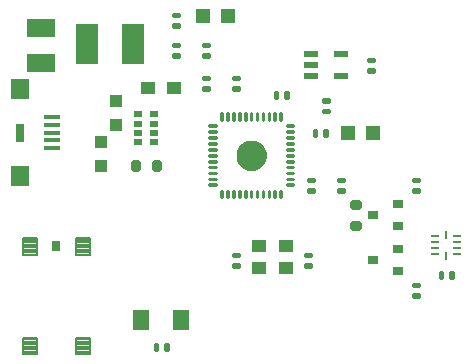
<source format=gtp>
G75*
%MOIN*%
%OFA0B0*%
%FSLAX25Y25*%
%IPPOS*%
%LPD*%
%AMOC8*
5,1,8,0,0,1.08239X$1,22.5*
%
%ADD10C,0.01800*%
%ADD11R,0.09449X0.06299*%
%ADD12C,0.02830*%
%ADD13R,0.05512X0.07087*%
%ADD14R,0.07480X0.13386*%
%ADD15R,0.02953X0.00984*%
%ADD16R,0.00984X0.02953*%
%ADD17R,0.05709X0.01575*%
%ADD18R,0.05906X0.07087*%
%ADD19R,0.02756X0.05906*%
%ADD20R,0.04724X0.04724*%
%ADD21R,0.04724X0.03937*%
%ADD22C,0.00827*%
%ADD23R,0.03000X0.03500*%
%ADD24R,0.02559X0.01969*%
%ADD25C,0.05000*%
%ADD26C,0.00866*%
%ADD27R,0.04724X0.02165*%
%ADD28R,0.05118X0.04134*%
%ADD29R,0.03937X0.03937*%
%ADD30R,0.03543X0.03150*%
D10*
X0066496Y0013200D02*
X0066696Y0013200D01*
X0066696Y0012000D01*
X0066496Y0012000D01*
X0066496Y0013200D01*
X0069996Y0013200D02*
X0070196Y0013200D01*
X0070196Y0012000D01*
X0069996Y0012000D01*
X0069996Y0013200D01*
X0092746Y0039750D02*
X0092746Y0039950D01*
X0093946Y0039950D01*
X0093946Y0039750D01*
X0092746Y0039750D01*
X0092746Y0043250D02*
X0092746Y0043450D01*
X0093946Y0043450D01*
X0093946Y0043250D01*
X0092746Y0043250D01*
X0117946Y0043450D02*
X0117946Y0043250D01*
X0116746Y0043250D01*
X0116746Y0043450D01*
X0117946Y0043450D01*
X0117946Y0039950D02*
X0117946Y0039750D01*
X0116746Y0039750D01*
X0116746Y0039950D01*
X0117946Y0039950D01*
X0117746Y0064750D02*
X0117746Y0064950D01*
X0118946Y0064950D01*
X0118946Y0064750D01*
X0117746Y0064750D01*
X0117746Y0068250D02*
X0117746Y0068450D01*
X0118946Y0068450D01*
X0118946Y0068250D01*
X0117746Y0068250D01*
X0128946Y0068250D02*
X0128946Y0068450D01*
X0128946Y0068250D02*
X0127746Y0068250D01*
X0127746Y0068450D01*
X0128946Y0068450D01*
X0128946Y0064950D02*
X0128946Y0064750D01*
X0127746Y0064750D01*
X0127746Y0064950D01*
X0128946Y0064950D01*
X0153946Y0064950D02*
X0153946Y0064750D01*
X0152746Y0064750D01*
X0152746Y0064950D01*
X0153946Y0064950D01*
X0153946Y0068250D02*
X0153946Y0068450D01*
X0153946Y0068250D02*
X0152746Y0068250D01*
X0152746Y0068450D01*
X0153946Y0068450D01*
X0123196Y0083500D02*
X0122996Y0083500D01*
X0122996Y0084700D01*
X0123196Y0084700D01*
X0123196Y0083500D01*
X0119696Y0083500D02*
X0119496Y0083500D01*
X0119496Y0084700D01*
X0119696Y0084700D01*
X0119696Y0083500D01*
X0123946Y0091250D02*
X0123946Y0091450D01*
X0123946Y0091250D02*
X0122746Y0091250D01*
X0122746Y0091450D01*
X0123946Y0091450D01*
X0123946Y0094750D02*
X0123946Y0094950D01*
X0123946Y0094750D02*
X0122746Y0094750D01*
X0122746Y0094950D01*
X0123946Y0094950D01*
X0137746Y0104750D02*
X0137746Y0104950D01*
X0138946Y0104950D01*
X0138946Y0104750D01*
X0137746Y0104750D01*
X0137746Y0108250D02*
X0137746Y0108450D01*
X0138946Y0108450D01*
X0138946Y0108250D01*
X0137746Y0108250D01*
X0110196Y0097200D02*
X0109996Y0097200D01*
X0110196Y0097200D02*
X0110196Y0096000D01*
X0109996Y0096000D01*
X0109996Y0097200D01*
X0106696Y0097200D02*
X0106496Y0097200D01*
X0106696Y0097200D02*
X0106696Y0096000D01*
X0106496Y0096000D01*
X0106496Y0097200D01*
X0093946Y0098750D02*
X0093946Y0098950D01*
X0093946Y0098750D02*
X0092746Y0098750D01*
X0092746Y0098950D01*
X0093946Y0098950D01*
X0093946Y0102250D02*
X0093946Y0102450D01*
X0093946Y0102250D02*
X0092746Y0102250D01*
X0092746Y0102450D01*
X0093946Y0102450D01*
X0083946Y0102450D02*
X0083946Y0102250D01*
X0082746Y0102250D01*
X0082746Y0102450D01*
X0083946Y0102450D01*
X0083946Y0098950D02*
X0083946Y0098750D01*
X0082746Y0098750D01*
X0082746Y0098950D01*
X0083946Y0098950D01*
X0082746Y0109750D02*
X0082746Y0109950D01*
X0083946Y0109950D01*
X0083946Y0109750D01*
X0082746Y0109750D01*
X0082746Y0113250D02*
X0082746Y0113450D01*
X0083946Y0113450D01*
X0083946Y0113250D01*
X0082746Y0113250D01*
X0073946Y0113250D02*
X0073946Y0113450D01*
X0073946Y0113250D02*
X0072746Y0113250D01*
X0072746Y0113450D01*
X0073946Y0113450D01*
X0073946Y0109950D02*
X0073946Y0109750D01*
X0072746Y0109750D01*
X0072746Y0109950D01*
X0073946Y0109950D01*
X0073946Y0119750D02*
X0073946Y0119950D01*
X0073946Y0119750D02*
X0072746Y0119750D01*
X0072746Y0119950D01*
X0073946Y0119950D01*
X0073946Y0123250D02*
X0073946Y0123450D01*
X0073946Y0123250D02*
X0072746Y0123250D01*
X0072746Y0123450D01*
X0073946Y0123450D01*
X0161496Y0036000D02*
X0161696Y0036000D01*
X0161496Y0036000D02*
X0161496Y0037200D01*
X0161696Y0037200D01*
X0161696Y0036000D01*
X0164996Y0036000D02*
X0165196Y0036000D01*
X0164996Y0036000D02*
X0164996Y0037200D01*
X0165196Y0037200D01*
X0165196Y0036000D01*
X0152746Y0033450D02*
X0152746Y0033250D01*
X0152746Y0033450D02*
X0153946Y0033450D01*
X0153946Y0033250D01*
X0152746Y0033250D01*
X0152746Y0029950D02*
X0152746Y0029750D01*
X0152746Y0029950D02*
X0153946Y0029950D01*
X0153946Y0029750D01*
X0152746Y0029750D01*
D11*
X0028346Y0107194D03*
X0028346Y0119006D03*
D12*
X0059493Y0073850D02*
X0059493Y0072350D01*
X0059493Y0073850D02*
X0060199Y0073850D01*
X0060199Y0072350D01*
X0059493Y0072350D01*
X0066493Y0072350D02*
X0066493Y0073850D01*
X0067199Y0073850D01*
X0067199Y0072350D01*
X0066493Y0072350D01*
X0134096Y0060453D02*
X0134096Y0059747D01*
X0132596Y0059747D01*
X0132596Y0060453D01*
X0134096Y0060453D01*
X0134096Y0053453D02*
X0134096Y0052747D01*
X0132596Y0052747D01*
X0132596Y0053453D01*
X0134096Y0053453D01*
D13*
X0075039Y0021600D03*
X0061654Y0021600D03*
D14*
X0059024Y0113600D03*
X0043669Y0113600D03*
D15*
X0159803Y0049553D03*
X0159803Y0047584D03*
X0159803Y0045616D03*
X0159803Y0043647D03*
X0166890Y0043647D03*
X0166890Y0045616D03*
X0166890Y0047584D03*
X0166890Y0049553D03*
D16*
X0163346Y0050143D03*
X0163346Y0043057D03*
D17*
X0032075Y0078982D03*
X0032075Y0081541D03*
X0032075Y0084100D03*
X0032075Y0086659D03*
X0032075Y0089218D03*
D18*
X0021346Y0098604D03*
X0021346Y0069596D03*
D19*
X0021346Y0084100D03*
D20*
X0082213Y0123100D03*
X0090480Y0123100D03*
X0130713Y0084100D03*
X0138980Y0084100D03*
D21*
X0072677Y0099100D03*
X0064016Y0099100D03*
D22*
X0022145Y0015801D02*
X0022145Y0010329D01*
X0022145Y0015801D02*
X0026831Y0015801D01*
X0026831Y0010329D01*
X0022145Y0010329D01*
X0022145Y0011155D02*
X0026831Y0011155D01*
X0026831Y0011981D02*
X0022145Y0011981D01*
X0022145Y0012807D02*
X0026831Y0012807D01*
X0026831Y0013633D02*
X0022145Y0013633D01*
X0022145Y0014459D02*
X0026831Y0014459D01*
X0026831Y0015285D02*
X0022145Y0015285D01*
X0039862Y0015801D02*
X0039862Y0010329D01*
X0039862Y0015801D02*
X0044548Y0015801D01*
X0044548Y0010329D01*
X0039862Y0010329D01*
X0039862Y0011155D02*
X0044548Y0011155D01*
X0044548Y0011981D02*
X0039862Y0011981D01*
X0039862Y0012807D02*
X0044548Y0012807D01*
X0044548Y0013633D02*
X0039862Y0013633D01*
X0039862Y0014459D02*
X0044548Y0014459D01*
X0044548Y0015285D02*
X0039862Y0015285D01*
X0039862Y0043399D02*
X0039862Y0048871D01*
X0044548Y0048871D01*
X0044548Y0043399D01*
X0039862Y0043399D01*
X0039862Y0044225D02*
X0044548Y0044225D01*
X0044548Y0045051D02*
X0039862Y0045051D01*
X0039862Y0045877D02*
X0044548Y0045877D01*
X0044548Y0046703D02*
X0039862Y0046703D01*
X0039862Y0047529D02*
X0044548Y0047529D01*
X0044548Y0048355D02*
X0039862Y0048355D01*
X0022145Y0048871D02*
X0022145Y0043399D01*
X0022145Y0048871D02*
X0026831Y0048871D01*
X0026831Y0043399D01*
X0022145Y0043399D01*
X0022145Y0044225D02*
X0026831Y0044225D01*
X0026831Y0045051D02*
X0022145Y0045051D01*
X0022145Y0045877D02*
X0026831Y0045877D01*
X0026831Y0046703D02*
X0022145Y0046703D01*
X0022145Y0047529D02*
X0026831Y0047529D01*
X0026831Y0048355D02*
X0022145Y0048355D01*
D23*
X0033346Y0046350D03*
D24*
X0060689Y0080876D03*
X0060689Y0084025D03*
X0060689Y0087175D03*
X0060689Y0090324D03*
X0066004Y0090324D03*
X0066004Y0087175D03*
X0066004Y0084025D03*
X0066004Y0080876D03*
D25*
X0095846Y0076600D02*
X0095848Y0076699D01*
X0095854Y0076799D01*
X0095864Y0076898D01*
X0095878Y0076996D01*
X0095895Y0077094D01*
X0095917Y0077191D01*
X0095942Y0077287D01*
X0095971Y0077382D01*
X0096004Y0077476D01*
X0096041Y0077568D01*
X0096081Y0077659D01*
X0096125Y0077748D01*
X0096173Y0077836D01*
X0096224Y0077921D01*
X0096278Y0078004D01*
X0096335Y0078086D01*
X0096396Y0078164D01*
X0096460Y0078241D01*
X0096526Y0078314D01*
X0096596Y0078385D01*
X0096668Y0078453D01*
X0096743Y0078519D01*
X0096821Y0078581D01*
X0096901Y0078640D01*
X0096983Y0078696D01*
X0097067Y0078748D01*
X0097154Y0078797D01*
X0097242Y0078843D01*
X0097332Y0078885D01*
X0097424Y0078924D01*
X0097517Y0078959D01*
X0097611Y0078990D01*
X0097707Y0079017D01*
X0097804Y0079040D01*
X0097901Y0079060D01*
X0097999Y0079076D01*
X0098098Y0079088D01*
X0098197Y0079096D01*
X0098296Y0079100D01*
X0098396Y0079100D01*
X0098495Y0079096D01*
X0098594Y0079088D01*
X0098693Y0079076D01*
X0098791Y0079060D01*
X0098888Y0079040D01*
X0098985Y0079017D01*
X0099081Y0078990D01*
X0099175Y0078959D01*
X0099268Y0078924D01*
X0099360Y0078885D01*
X0099450Y0078843D01*
X0099538Y0078797D01*
X0099625Y0078748D01*
X0099709Y0078696D01*
X0099791Y0078640D01*
X0099871Y0078581D01*
X0099949Y0078519D01*
X0100024Y0078453D01*
X0100096Y0078385D01*
X0100166Y0078314D01*
X0100232Y0078241D01*
X0100296Y0078164D01*
X0100357Y0078086D01*
X0100414Y0078004D01*
X0100468Y0077921D01*
X0100519Y0077836D01*
X0100567Y0077748D01*
X0100611Y0077659D01*
X0100651Y0077568D01*
X0100688Y0077476D01*
X0100721Y0077382D01*
X0100750Y0077287D01*
X0100775Y0077191D01*
X0100797Y0077094D01*
X0100814Y0076996D01*
X0100828Y0076898D01*
X0100838Y0076799D01*
X0100844Y0076699D01*
X0100846Y0076600D01*
X0100844Y0076501D01*
X0100838Y0076401D01*
X0100828Y0076302D01*
X0100814Y0076204D01*
X0100797Y0076106D01*
X0100775Y0076009D01*
X0100750Y0075913D01*
X0100721Y0075818D01*
X0100688Y0075724D01*
X0100651Y0075632D01*
X0100611Y0075541D01*
X0100567Y0075452D01*
X0100519Y0075364D01*
X0100468Y0075279D01*
X0100414Y0075196D01*
X0100357Y0075114D01*
X0100296Y0075036D01*
X0100232Y0074959D01*
X0100166Y0074886D01*
X0100096Y0074815D01*
X0100024Y0074747D01*
X0099949Y0074681D01*
X0099871Y0074619D01*
X0099791Y0074560D01*
X0099709Y0074504D01*
X0099625Y0074452D01*
X0099538Y0074403D01*
X0099450Y0074357D01*
X0099360Y0074315D01*
X0099268Y0074276D01*
X0099175Y0074241D01*
X0099081Y0074210D01*
X0098985Y0074183D01*
X0098888Y0074160D01*
X0098791Y0074140D01*
X0098693Y0074124D01*
X0098594Y0074112D01*
X0098495Y0074104D01*
X0098396Y0074100D01*
X0098296Y0074100D01*
X0098197Y0074104D01*
X0098098Y0074112D01*
X0097999Y0074124D01*
X0097901Y0074140D01*
X0097804Y0074160D01*
X0097707Y0074183D01*
X0097611Y0074210D01*
X0097517Y0074241D01*
X0097424Y0074276D01*
X0097332Y0074315D01*
X0097242Y0074357D01*
X0097154Y0074403D01*
X0097067Y0074452D01*
X0096983Y0074504D01*
X0096901Y0074560D01*
X0096821Y0074619D01*
X0096743Y0074681D01*
X0096668Y0074747D01*
X0096596Y0074815D01*
X0096526Y0074886D01*
X0096460Y0074959D01*
X0096396Y0075036D01*
X0096335Y0075114D01*
X0096278Y0075196D01*
X0096224Y0075279D01*
X0096173Y0075364D01*
X0096125Y0075452D01*
X0096081Y0075541D01*
X0096041Y0075632D01*
X0096004Y0075724D01*
X0095971Y0075818D01*
X0095942Y0075913D01*
X0095917Y0076009D01*
X0095895Y0076106D01*
X0095878Y0076204D01*
X0095864Y0076302D01*
X0095854Y0076401D01*
X0095848Y0076501D01*
X0095846Y0076600D01*
D26*
X0086496Y0076492D02*
X0084410Y0076492D01*
X0084410Y0076708D01*
X0086496Y0076708D01*
X0086496Y0076492D01*
X0086496Y0074523D02*
X0084410Y0074523D01*
X0084410Y0074739D01*
X0086496Y0074739D01*
X0086496Y0074523D01*
X0086496Y0072555D02*
X0084410Y0072555D01*
X0084410Y0072771D01*
X0086496Y0072771D01*
X0086496Y0072555D01*
X0086496Y0070586D02*
X0084410Y0070586D01*
X0084410Y0070802D01*
X0086496Y0070802D01*
X0086496Y0070586D01*
X0086496Y0068618D02*
X0084410Y0068618D01*
X0084410Y0068834D01*
X0086496Y0068834D01*
X0086496Y0068618D01*
X0086496Y0066649D02*
X0084410Y0066649D01*
X0084410Y0066865D01*
X0086496Y0066865D01*
X0086496Y0066649D01*
X0088612Y0064749D02*
X0088612Y0062663D01*
X0088396Y0062663D01*
X0088396Y0064749D01*
X0088612Y0064749D01*
X0088612Y0063528D02*
X0088396Y0063528D01*
X0088396Y0064393D02*
X0088612Y0064393D01*
X0090580Y0064749D02*
X0090580Y0062663D01*
X0090364Y0062663D01*
X0090364Y0064749D01*
X0090580Y0064749D01*
X0090580Y0063528D02*
X0090364Y0063528D01*
X0090364Y0064393D02*
X0090580Y0064393D01*
X0092549Y0064749D02*
X0092549Y0062663D01*
X0092333Y0062663D01*
X0092333Y0064749D01*
X0092549Y0064749D01*
X0092549Y0063528D02*
X0092333Y0063528D01*
X0092333Y0064393D02*
X0092549Y0064393D01*
X0094517Y0064749D02*
X0094517Y0062663D01*
X0094301Y0062663D01*
X0094301Y0064749D01*
X0094517Y0064749D01*
X0094517Y0063528D02*
X0094301Y0063528D01*
X0094301Y0064393D02*
X0094517Y0064393D01*
X0096486Y0064749D02*
X0096486Y0062663D01*
X0096270Y0062663D01*
X0096270Y0064749D01*
X0096486Y0064749D01*
X0096486Y0063528D02*
X0096270Y0063528D01*
X0096270Y0064393D02*
X0096486Y0064393D01*
X0098454Y0064749D02*
X0098454Y0062663D01*
X0098238Y0062663D01*
X0098238Y0064749D01*
X0098454Y0064749D01*
X0098454Y0063528D02*
X0098238Y0063528D01*
X0098238Y0064393D02*
X0098454Y0064393D01*
X0100423Y0064749D02*
X0100423Y0062663D01*
X0100207Y0062663D01*
X0100207Y0064749D01*
X0100423Y0064749D01*
X0100423Y0063528D02*
X0100207Y0063528D01*
X0100207Y0064393D02*
X0100423Y0064393D01*
X0102391Y0064749D02*
X0102391Y0062663D01*
X0102175Y0062663D01*
X0102175Y0064749D01*
X0102391Y0064749D01*
X0102391Y0063528D02*
X0102175Y0063528D01*
X0102175Y0064393D02*
X0102391Y0064393D01*
X0104360Y0064749D02*
X0104360Y0062663D01*
X0104144Y0062663D01*
X0104144Y0064749D01*
X0104360Y0064749D01*
X0104360Y0063528D02*
X0104144Y0063528D01*
X0104144Y0064393D02*
X0104360Y0064393D01*
X0106328Y0064749D02*
X0106328Y0062663D01*
X0106112Y0062663D01*
X0106112Y0064749D01*
X0106328Y0064749D01*
X0106328Y0063528D02*
X0106112Y0063528D01*
X0106112Y0064393D02*
X0106328Y0064393D01*
X0108297Y0064749D02*
X0108297Y0062663D01*
X0108081Y0062663D01*
X0108081Y0064749D01*
X0108297Y0064749D01*
X0108297Y0063528D02*
X0108081Y0063528D01*
X0108081Y0064393D02*
X0108297Y0064393D01*
X0110197Y0066865D02*
X0112283Y0066865D01*
X0112283Y0066649D01*
X0110197Y0066649D01*
X0110197Y0066865D01*
X0110197Y0068834D02*
X0112283Y0068834D01*
X0112283Y0068618D01*
X0110197Y0068618D01*
X0110197Y0068834D01*
X0110197Y0070802D02*
X0112283Y0070802D01*
X0112283Y0070586D01*
X0110197Y0070586D01*
X0110197Y0070802D01*
X0110197Y0072771D02*
X0112283Y0072771D01*
X0112283Y0072555D01*
X0110197Y0072555D01*
X0110197Y0072771D01*
X0110197Y0074739D02*
X0112283Y0074739D01*
X0112283Y0074523D01*
X0110197Y0074523D01*
X0110197Y0074739D01*
X0110197Y0076708D02*
X0112283Y0076708D01*
X0112283Y0076492D01*
X0110197Y0076492D01*
X0110197Y0076708D01*
X0110197Y0078677D02*
X0112283Y0078677D01*
X0112283Y0078461D01*
X0110197Y0078461D01*
X0110197Y0078677D01*
X0110197Y0080645D02*
X0112283Y0080645D01*
X0112283Y0080429D01*
X0110197Y0080429D01*
X0110197Y0080645D01*
X0110197Y0082614D02*
X0112283Y0082614D01*
X0112283Y0082398D01*
X0110197Y0082398D01*
X0110197Y0082614D01*
X0110197Y0084582D02*
X0112283Y0084582D01*
X0112283Y0084366D01*
X0110197Y0084366D01*
X0110197Y0084582D01*
X0110197Y0086551D02*
X0112283Y0086551D01*
X0112283Y0086335D01*
X0110197Y0086335D01*
X0110197Y0086551D01*
X0108081Y0088451D02*
X0108081Y0090537D01*
X0108297Y0090537D01*
X0108297Y0088451D01*
X0108081Y0088451D01*
X0108081Y0089316D02*
X0108297Y0089316D01*
X0108297Y0090181D02*
X0108081Y0090181D01*
X0106112Y0090537D02*
X0106112Y0088451D01*
X0106112Y0090537D02*
X0106328Y0090537D01*
X0106328Y0088451D01*
X0106112Y0088451D01*
X0106112Y0089316D02*
X0106328Y0089316D01*
X0106328Y0090181D02*
X0106112Y0090181D01*
X0104144Y0090537D02*
X0104144Y0088451D01*
X0104144Y0090537D02*
X0104360Y0090537D01*
X0104360Y0088451D01*
X0104144Y0088451D01*
X0104144Y0089316D02*
X0104360Y0089316D01*
X0104360Y0090181D02*
X0104144Y0090181D01*
X0102175Y0090537D02*
X0102175Y0088451D01*
X0102175Y0090537D02*
X0102391Y0090537D01*
X0102391Y0088451D01*
X0102175Y0088451D01*
X0102175Y0089316D02*
X0102391Y0089316D01*
X0102391Y0090181D02*
X0102175Y0090181D01*
X0100207Y0090537D02*
X0100207Y0088451D01*
X0100207Y0090537D02*
X0100423Y0090537D01*
X0100423Y0088451D01*
X0100207Y0088451D01*
X0100207Y0089316D02*
X0100423Y0089316D01*
X0100423Y0090181D02*
X0100207Y0090181D01*
X0098238Y0090537D02*
X0098238Y0088451D01*
X0098238Y0090537D02*
X0098454Y0090537D01*
X0098454Y0088451D01*
X0098238Y0088451D01*
X0098238Y0089316D02*
X0098454Y0089316D01*
X0098454Y0090181D02*
X0098238Y0090181D01*
X0096270Y0090537D02*
X0096270Y0088451D01*
X0096270Y0090537D02*
X0096486Y0090537D01*
X0096486Y0088451D01*
X0096270Y0088451D01*
X0096270Y0089316D02*
X0096486Y0089316D01*
X0096486Y0090181D02*
X0096270Y0090181D01*
X0094301Y0090537D02*
X0094301Y0088451D01*
X0094301Y0090537D02*
X0094517Y0090537D01*
X0094517Y0088451D01*
X0094301Y0088451D01*
X0094301Y0089316D02*
X0094517Y0089316D01*
X0094517Y0090181D02*
X0094301Y0090181D01*
X0092333Y0090537D02*
X0092333Y0088451D01*
X0092333Y0090537D02*
X0092549Y0090537D01*
X0092549Y0088451D01*
X0092333Y0088451D01*
X0092333Y0089316D02*
X0092549Y0089316D01*
X0092549Y0090181D02*
X0092333Y0090181D01*
X0090364Y0090537D02*
X0090364Y0088451D01*
X0090364Y0090537D02*
X0090580Y0090537D01*
X0090580Y0088451D01*
X0090364Y0088451D01*
X0090364Y0089316D02*
X0090580Y0089316D01*
X0090580Y0090181D02*
X0090364Y0090181D01*
X0088396Y0090537D02*
X0088396Y0088451D01*
X0088396Y0090537D02*
X0088612Y0090537D01*
X0088612Y0088451D01*
X0088396Y0088451D01*
X0088396Y0089316D02*
X0088612Y0089316D01*
X0088612Y0090181D02*
X0088396Y0090181D01*
X0086496Y0086335D02*
X0084410Y0086335D01*
X0084410Y0086551D01*
X0086496Y0086551D01*
X0086496Y0086335D01*
X0086496Y0084366D02*
X0084410Y0084366D01*
X0084410Y0084582D01*
X0086496Y0084582D01*
X0086496Y0084366D01*
X0086496Y0082398D02*
X0084410Y0082398D01*
X0084410Y0082614D01*
X0086496Y0082614D01*
X0086496Y0082398D01*
X0086496Y0080429D02*
X0084410Y0080429D01*
X0084410Y0080645D01*
X0086496Y0080645D01*
X0086496Y0080429D01*
X0086496Y0078461D02*
X0084410Y0078461D01*
X0084410Y0078677D01*
X0086496Y0078677D01*
X0086496Y0078461D01*
D27*
X0118228Y0102860D03*
X0118228Y0106600D03*
X0118228Y0110340D03*
X0128465Y0110340D03*
X0128465Y0102860D03*
D28*
X0109874Y0046242D03*
X0109874Y0038958D03*
X0100819Y0038958D03*
X0100819Y0046242D03*
D29*
X0048346Y0073163D03*
X0048346Y0081037D03*
X0053346Y0086663D03*
X0053346Y0094537D03*
D30*
X0139016Y0056600D03*
X0147283Y0052860D03*
X0147283Y0060340D03*
X0147283Y0045340D03*
X0139016Y0041600D03*
X0147283Y0037860D03*
M02*

</source>
